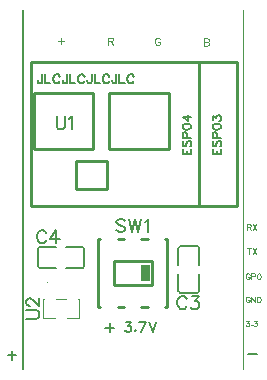
<source format=gto>
G04 Layer: TopSilkscreenLayer*
G04 EasyEDA v6.5.23, 2023-04-30 22:23:46*
G04 780a14c897c5458fb3efe7b42501c717,664421963ecb4a5db0a4e46f32b0c09c,10*
G04 Gerber Generator version 0.2*
G04 Scale: 100 percent, Rotated: No, Reflected: No *
G04 Dimensions in millimeters *
G04 leading zeros omitted , absolute positions ,4 integer and 5 decimal *
%FSLAX45Y45*%
%MOMM*%

%ADD10C,0.1000*%
%ADD11C,0.2032*%
%ADD12C,0.1600*%
%ADD13C,0.1524*%
%ADD14C,0.1250*%
%ADD15C,0.2540*%
%ADD16C,0.0132*%

%LPD*%
D10*
X508685Y2811322D02*
G01*
X508685Y2759252D01*
X482523Y2785414D02*
G01*
X534593Y2785414D01*
X907973Y2813608D02*
G01*
X907973Y2752902D01*
X907973Y2813608D02*
G01*
X934135Y2813608D01*
X942771Y2810814D01*
X945565Y2807766D01*
X948359Y2802178D01*
X948359Y2796336D01*
X945565Y2790494D01*
X942771Y2787700D01*
X934135Y2784652D01*
X907973Y2784652D01*
X928293Y2784652D02*
G01*
X948359Y2752902D01*
X1345107Y2799130D02*
G01*
X1342059Y2804972D01*
X1336471Y2810814D01*
X1330629Y2813608D01*
X1318945Y2813608D01*
X1313357Y2810814D01*
X1307515Y2804972D01*
X1304721Y2799130D01*
X1301673Y2790494D01*
X1301673Y2776016D01*
X1304721Y2767380D01*
X1307515Y2761792D01*
X1313357Y2755950D01*
X1318945Y2752902D01*
X1330629Y2752902D01*
X1336471Y2755950D01*
X1342059Y2761792D01*
X1345107Y2767380D01*
X1345107Y2776016D01*
X1330629Y2776016D02*
G01*
X1345107Y2776016D01*
X1720773Y2807258D02*
G01*
X1720773Y2746552D01*
X1720773Y2807258D02*
G01*
X1746935Y2807258D01*
X1755571Y2804464D01*
X1758365Y2801416D01*
X1761159Y2795828D01*
X1761159Y2789986D01*
X1758365Y2784144D01*
X1755571Y2781350D01*
X1746935Y2778302D01*
X1720773Y2778302D02*
G01*
X1746935Y2778302D01*
X1755571Y2775508D01*
X1758365Y2772714D01*
X1761159Y2766872D01*
X1761159Y2758236D01*
X1758365Y2752394D01*
X1755571Y2749600D01*
X1746935Y2746552D01*
X1720773Y2746552D01*
D11*
X2093061Y136956D02*
G01*
X2166721Y136956D01*
X919378Y396087D02*
G01*
X919378Y322427D01*
X882548Y359257D02*
G01*
X956208Y359257D01*
X1054506Y408279D02*
G01*
X1099464Y408279D01*
X1074826Y375513D01*
X1087272Y375513D01*
X1095400Y371449D01*
X1099464Y367385D01*
X1103528Y355193D01*
X1103528Y347065D01*
X1099464Y334619D01*
X1091336Y326491D01*
X1078890Y322427D01*
X1066698Y322427D01*
X1054506Y326491D01*
X1050442Y330555D01*
X1046378Y338683D01*
X1134770Y342747D02*
G01*
X1130452Y338683D01*
X1134770Y334619D01*
X1138834Y338683D01*
X1134770Y342747D01*
X1222908Y408279D02*
G01*
X1182014Y322427D01*
X1165758Y408279D02*
G01*
X1222908Y408279D01*
X1250086Y408279D02*
G01*
X1282852Y322427D01*
X1315364Y408279D02*
G01*
X1282852Y322427D01*
X91541Y161086D02*
G01*
X91541Y87426D01*
X54711Y124256D02*
G01*
X128371Y124256D01*
D10*
X2074595Y418642D02*
G01*
X2099741Y418642D01*
X2086025Y400608D01*
X2092883Y400608D01*
X2097455Y398322D01*
X2099741Y396036D01*
X2102027Y389178D01*
X2102027Y384606D01*
X2099741Y377748D01*
X2095169Y373176D01*
X2088311Y371144D01*
X2081453Y371144D01*
X2074595Y373176D01*
X2072309Y375462D01*
X2070023Y380034D01*
X2119299Y382320D02*
G01*
X2117013Y380034D01*
X2119299Y377748D01*
X2121585Y380034D01*
X2119299Y382320D01*
X2140889Y418642D02*
G01*
X2166035Y418642D01*
X2152319Y400608D01*
X2159177Y400608D01*
X2163749Y398322D01*
X2166035Y396036D01*
X2168321Y389178D01*
X2168321Y384606D01*
X2166035Y377748D01*
X2161463Y373176D01*
X2154605Y371144D01*
X2147747Y371144D01*
X2140889Y373176D01*
X2138857Y375462D01*
X2136571Y380034D01*
X2082723Y1233982D02*
G01*
X2082723Y1186484D01*
X2082723Y1233982D02*
G01*
X2103297Y1233982D01*
X2110155Y1231696D01*
X2112441Y1229664D01*
X2114727Y1225092D01*
X2114727Y1220520D01*
X2112441Y1215948D01*
X2110155Y1213662D01*
X2103297Y1211376D01*
X2082723Y1211376D01*
X2098725Y1211376D02*
G01*
X2114727Y1186484D01*
X2129713Y1233982D02*
G01*
X2161463Y1186484D01*
X2161463Y1233982D02*
G01*
X2129713Y1186484D01*
X2098725Y1030782D02*
G01*
X2098725Y983284D01*
X2082723Y1030782D02*
G01*
X2114727Y1030782D01*
X2129713Y1030782D02*
G01*
X2161463Y983284D01*
X2161463Y1030782D02*
G01*
X2129713Y983284D01*
X2104313Y610666D02*
G01*
X2102027Y615238D01*
X2097455Y619556D01*
X2092883Y621842D01*
X2083739Y621842D01*
X2079167Y619556D01*
X2074595Y615238D01*
X2072309Y610666D01*
X2070023Y603808D01*
X2070023Y592378D01*
X2072309Y585520D01*
X2074595Y580948D01*
X2079167Y576376D01*
X2083739Y574344D01*
X2092883Y574344D01*
X2097455Y576376D01*
X2102027Y580948D01*
X2104313Y585520D01*
X2104313Y592378D01*
X2092883Y592378D02*
G01*
X2104313Y592378D01*
X2119299Y621842D02*
G01*
X2119299Y574344D01*
X2119299Y621842D02*
G01*
X2151049Y574344D01*
X2151049Y621842D02*
G01*
X2151049Y574344D01*
X2166035Y621842D02*
G01*
X2166035Y574344D01*
X2166035Y621842D02*
G01*
X2182037Y621842D01*
X2188641Y619556D01*
X2193213Y615238D01*
X2195499Y610666D01*
X2197785Y603808D01*
X2197785Y592378D01*
X2195499Y585520D01*
X2193213Y580948D01*
X2188641Y576376D01*
X2182037Y574344D01*
X2166035Y574344D01*
X2104313Y806246D02*
G01*
X2102027Y810818D01*
X2097455Y815136D01*
X2092883Y817422D01*
X2083739Y817422D01*
X2079167Y815136D01*
X2074595Y810818D01*
X2072309Y806246D01*
X2070023Y799388D01*
X2070023Y787958D01*
X2072309Y781100D01*
X2074595Y776528D01*
X2079167Y771956D01*
X2083739Y769924D01*
X2092883Y769924D01*
X2097455Y771956D01*
X2102027Y776528D01*
X2104313Y781100D01*
X2104313Y787958D01*
X2092883Y787958D02*
G01*
X2104313Y787958D01*
X2119299Y817422D02*
G01*
X2119299Y769924D01*
X2119299Y817422D02*
G01*
X2139619Y817422D01*
X2146477Y815136D01*
X2148763Y813104D01*
X2151049Y808532D01*
X2151049Y801674D01*
X2148763Y797102D01*
X2146477Y794816D01*
X2139619Y792530D01*
X2119299Y792530D01*
X2179751Y817422D02*
G01*
X2172893Y815136D01*
X2168321Y808532D01*
X2166035Y797102D01*
X2166035Y790244D01*
X2168321Y778814D01*
X2172893Y771956D01*
X2179751Y769924D01*
X2184069Y769924D01*
X2190927Y771956D01*
X2195499Y778814D01*
X2197785Y790244D01*
X2197785Y797102D01*
X2195499Y808532D01*
X2190927Y815136D01*
X2184069Y817422D01*
X2179751Y817422D01*
D12*
X349173Y2503728D02*
G01*
X349173Y2444800D01*
X345617Y2433624D01*
X341807Y2430068D01*
X334441Y2426258D01*
X327075Y2426258D01*
X319709Y2430068D01*
X316153Y2433624D01*
X312343Y2444800D01*
X312343Y2452166D01*
X373557Y2503728D02*
G01*
X373557Y2426258D01*
X373557Y2426258D02*
G01*
X417753Y2426258D01*
X497255Y2485186D02*
G01*
X493445Y2492552D01*
X486079Y2499918D01*
X478713Y2503728D01*
X464235Y2503728D01*
X456869Y2499918D01*
X449503Y2492552D01*
X445693Y2485186D01*
X442137Y2474264D01*
X442137Y2455722D01*
X445693Y2444800D01*
X449503Y2437434D01*
X456869Y2430068D01*
X464235Y2426258D01*
X478713Y2426258D01*
X486079Y2430068D01*
X493445Y2437434D01*
X497255Y2444800D01*
X558469Y2503728D02*
G01*
X558469Y2444800D01*
X554659Y2433624D01*
X551103Y2430068D01*
X543737Y2426258D01*
X536371Y2426258D01*
X529005Y2430068D01*
X525195Y2433624D01*
X521639Y2444800D01*
X521639Y2452166D01*
X582599Y2503728D02*
G01*
X582599Y2426258D01*
X582599Y2426258D02*
G01*
X626795Y2426258D01*
X706297Y2485186D02*
G01*
X702741Y2492552D01*
X695375Y2499918D01*
X688009Y2503728D01*
X673277Y2503728D01*
X665911Y2499918D01*
X658545Y2492552D01*
X654735Y2485186D01*
X651179Y2474264D01*
X651179Y2455722D01*
X654735Y2444800D01*
X658545Y2437434D01*
X665911Y2430068D01*
X673277Y2426258D01*
X688009Y2426258D01*
X695375Y2430068D01*
X702741Y2437434D01*
X706297Y2444800D01*
X767511Y2503728D02*
G01*
X767511Y2444800D01*
X763701Y2433624D01*
X760145Y2430068D01*
X752779Y2426258D01*
X745413Y2426258D01*
X738047Y2430068D01*
X734237Y2433624D01*
X730681Y2444800D01*
X730681Y2452166D01*
X791895Y2503728D02*
G01*
X791895Y2426258D01*
X791895Y2426258D02*
G01*
X836091Y2426258D01*
X915593Y2485186D02*
G01*
X911783Y2492552D01*
X904417Y2499918D01*
X897051Y2503728D01*
X882319Y2503728D01*
X874953Y2499918D01*
X867587Y2492552D01*
X864031Y2485186D01*
X860221Y2474264D01*
X860221Y2455722D01*
X864031Y2444800D01*
X867587Y2437434D01*
X874953Y2430068D01*
X882319Y2426258D01*
X897051Y2426258D01*
X904417Y2430068D01*
X911783Y2437434D01*
X915593Y2444800D01*
X976553Y2503728D02*
G01*
X976553Y2444800D01*
X972997Y2433624D01*
X969187Y2430068D01*
X961821Y2426258D01*
X954455Y2426258D01*
X947089Y2430068D01*
X943533Y2433624D01*
X939723Y2444800D01*
X939723Y2452166D01*
X1000937Y2503728D02*
G01*
X1000937Y2426258D01*
X1000937Y2426258D02*
G01*
X1045133Y2426258D01*
X1124635Y2485186D02*
G01*
X1120825Y2492552D01*
X1113459Y2499918D01*
X1106093Y2503728D01*
X1091615Y2503728D01*
X1084249Y2499918D01*
X1076883Y2492552D01*
X1073073Y2485186D01*
X1069517Y2474264D01*
X1069517Y2455722D01*
X1073073Y2444800D01*
X1076883Y2437434D01*
X1084249Y2430068D01*
X1091615Y2426258D01*
X1106093Y2426258D01*
X1113459Y2430068D01*
X1120825Y2437434D01*
X1124635Y2444800D01*
D13*
X214833Y431723D02*
G01*
X292811Y431723D01*
X308305Y437057D01*
X318719Y447471D01*
X324053Y462965D01*
X324053Y473379D01*
X318719Y488873D01*
X308305Y499287D01*
X292811Y504621D01*
X214833Y504621D01*
X240741Y543991D02*
G01*
X235661Y543991D01*
X225247Y549325D01*
X220167Y554405D01*
X214833Y564819D01*
X214833Y585647D01*
X220167Y596061D01*
X225247Y601141D01*
X235661Y606475D01*
X246075Y606475D01*
X256489Y601141D01*
X271983Y590727D01*
X324053Y538911D01*
X324053Y611555D01*
X382777Y1156207D02*
G01*
X377443Y1166621D01*
X367029Y1177035D01*
X356869Y1182115D01*
X336042Y1182115D01*
X325627Y1177035D01*
X315213Y1166621D01*
X309879Y1156207D01*
X304800Y1140459D01*
X304800Y1114551D01*
X309879Y1099057D01*
X315213Y1088643D01*
X325627Y1078229D01*
X336042Y1073150D01*
X356869Y1073150D01*
X367029Y1078229D01*
X377443Y1088643D01*
X382777Y1099057D01*
X468884Y1182115D02*
G01*
X417068Y1109471D01*
X495045Y1109471D01*
X468884Y1182115D02*
G01*
X468884Y1073150D01*
X469902Y2147315D02*
G01*
X469902Y2069337D01*
X474982Y2053843D01*
X485396Y2043429D01*
X501144Y2038350D01*
X511558Y2038350D01*
X527052Y2043429D01*
X537466Y2053843D01*
X542546Y2069337D01*
X542546Y2147315D01*
X576836Y2126487D02*
G01*
X587250Y2131821D01*
X602998Y2147315D01*
X602998Y2038350D01*
X1789938Y1825373D02*
G01*
X1862836Y1825373D01*
X1789938Y1825373D02*
G01*
X1789938Y1870331D01*
X1824736Y1825373D02*
G01*
X1824736Y1853059D01*
X1862836Y1825373D02*
G01*
X1862836Y1870331D01*
X1800352Y1941705D02*
G01*
X1793493Y1934847D01*
X1789938Y1924433D01*
X1789938Y1910463D01*
X1793493Y1900303D01*
X1800352Y1893191D01*
X1807209Y1893191D01*
X1814322Y1896747D01*
X1817623Y1900303D01*
X1821179Y1907161D01*
X1828038Y1927989D01*
X1831593Y1934847D01*
X1835150Y1938403D01*
X1842007Y1941705D01*
X1852422Y1941705D01*
X1859279Y1934847D01*
X1862836Y1924433D01*
X1862836Y1910463D01*
X1859279Y1900303D01*
X1852422Y1893191D01*
X1789938Y1964565D02*
G01*
X1862836Y1964565D01*
X1789938Y1964565D02*
G01*
X1789938Y1995807D01*
X1793493Y2006221D01*
X1797050Y2009523D01*
X1803907Y2013079D01*
X1814322Y2013079D01*
X1821179Y2009523D01*
X1824736Y2006221D01*
X1828038Y1995807D01*
X1828038Y1964565D01*
X1789938Y2056767D02*
G01*
X1793493Y2046353D01*
X1803907Y2039495D01*
X1821179Y2035939D01*
X1831593Y2035939D01*
X1848865Y2039495D01*
X1859279Y2046353D01*
X1862836Y2056767D01*
X1862836Y2063625D01*
X1859279Y2074039D01*
X1848865Y2080897D01*
X1831593Y2084453D01*
X1821179Y2084453D01*
X1803907Y2080897D01*
X1793493Y2074039D01*
X1789938Y2063625D01*
X1789938Y2056767D01*
X1789938Y2114171D02*
G01*
X1789938Y2152271D01*
X1817623Y2131443D01*
X1817623Y2141857D01*
X1821179Y2148969D01*
X1824736Y2152271D01*
X1835150Y2155827D01*
X1842007Y2155827D01*
X1852422Y2152271D01*
X1859279Y2145413D01*
X1862836Y2134999D01*
X1862836Y2124585D01*
X1859279Y2114171D01*
X1855723Y2110869D01*
X1848865Y2107313D01*
X1535938Y1825373D02*
G01*
X1608836Y1825373D01*
X1535938Y1825373D02*
G01*
X1535938Y1870331D01*
X1570736Y1825373D02*
G01*
X1570736Y1853059D01*
X1608836Y1825373D02*
G01*
X1608836Y1870331D01*
X1546352Y1941705D02*
G01*
X1539493Y1934847D01*
X1535938Y1924433D01*
X1535938Y1910463D01*
X1539493Y1900303D01*
X1546352Y1893191D01*
X1553209Y1893191D01*
X1560322Y1896747D01*
X1563623Y1900303D01*
X1567179Y1907161D01*
X1574038Y1927989D01*
X1577593Y1934847D01*
X1581150Y1938403D01*
X1588007Y1941705D01*
X1598422Y1941705D01*
X1605279Y1934847D01*
X1608836Y1924433D01*
X1608836Y1910463D01*
X1605279Y1900303D01*
X1598422Y1893191D01*
X1535938Y1964565D02*
G01*
X1608836Y1964565D01*
X1535938Y1964565D02*
G01*
X1535938Y1995807D01*
X1539493Y2006221D01*
X1543050Y2009523D01*
X1549907Y2013079D01*
X1560322Y2013079D01*
X1567179Y2009523D01*
X1570736Y2006221D01*
X1574038Y1995807D01*
X1574038Y1964565D01*
X1535938Y2056767D02*
G01*
X1539493Y2046353D01*
X1549907Y2039495D01*
X1567179Y2035939D01*
X1577593Y2035939D01*
X1594865Y2039495D01*
X1605279Y2046353D01*
X1608836Y2056767D01*
X1608836Y2063625D01*
X1605279Y2074039D01*
X1594865Y2080897D01*
X1577593Y2084453D01*
X1567179Y2084453D01*
X1549907Y2080897D01*
X1539493Y2074039D01*
X1535938Y2063625D01*
X1535938Y2056767D01*
X1535938Y2141857D02*
G01*
X1584452Y2107313D01*
X1584452Y2159383D01*
X1535938Y2141857D02*
G01*
X1608836Y2141857D01*
X1048105Y1261922D02*
G01*
X1037691Y1272082D01*
X1022197Y1277416D01*
X1001369Y1277416D01*
X985875Y1272082D01*
X975461Y1261922D01*
X975461Y1251508D01*
X980541Y1241094D01*
X985875Y1235760D01*
X996035Y1230680D01*
X1027277Y1220266D01*
X1037691Y1214932D01*
X1043025Y1209852D01*
X1048105Y1199438D01*
X1048105Y1183944D01*
X1037691Y1173530D01*
X1022197Y1168196D01*
X1001369Y1168196D01*
X985875Y1173530D01*
X975461Y1183944D01*
X1082395Y1277416D02*
G01*
X1108303Y1168196D01*
X1134465Y1277416D02*
G01*
X1108303Y1168196D01*
X1134465Y1277416D02*
G01*
X1160373Y1168196D01*
X1186281Y1277416D02*
G01*
X1160373Y1168196D01*
X1220571Y1256588D02*
G01*
X1230985Y1261922D01*
X1246479Y1277416D01*
X1246479Y1168196D01*
X1570227Y597407D02*
G01*
X1564893Y607821D01*
X1554479Y618235D01*
X1544320Y623315D01*
X1523491Y623315D01*
X1513077Y618235D01*
X1502663Y607821D01*
X1497329Y597407D01*
X1492250Y581659D01*
X1492250Y555751D01*
X1497329Y540257D01*
X1502663Y529843D01*
X1513077Y519429D01*
X1523491Y514350D01*
X1544320Y514350D01*
X1554479Y519429D01*
X1564893Y529843D01*
X1570227Y540257D01*
X1614931Y623315D02*
G01*
X1672081Y623315D01*
X1640839Y581659D01*
X1656334Y581659D01*
X1666747Y576579D01*
X1672081Y571500D01*
X1677161Y555751D01*
X1677161Y545337D01*
X1672081Y529843D01*
X1661668Y519429D01*
X1645920Y514350D01*
X1630425Y514350D01*
X1614931Y519429D01*
X1609597Y524509D01*
X1604518Y534923D01*
G36*
X1187450Y890778D02*
G01*
X1187450Y755751D01*
X1261465Y755751D01*
X1261465Y890778D01*
G37*
D14*
X654662Y603250D02*
G01*
X660400Y603250D01*
X660400Y438150D01*
X464667Y603250D02*
G01*
X551332Y603250D01*
X456333Y438150D02*
G01*
X355600Y438150D01*
X355600Y603250D01*
X361340Y603250D01*
X660400Y438150D02*
G01*
X559666Y438150D01*
D13*
X689119Y1042860D02*
G01*
X548119Y1042860D01*
X548119Y862139D02*
G01*
X689119Y862139D01*
X704359Y877379D02*
G01*
X704359Y1027620D01*
X326880Y1042860D02*
G01*
X467880Y1042860D01*
X467880Y862139D02*
G01*
X326880Y862139D01*
X311640Y877379D02*
G01*
X311640Y1027620D01*
D15*
X1676400Y2608579D02*
G01*
X1996439Y2608579D01*
X1996439Y1389379D01*
X1676400Y1389379D01*
X1676400Y2608579D01*
X256539Y2608579D01*
X256539Y1389379D01*
X1676400Y1389379D01*
X1417320Y1869439D02*
G01*
X1417320Y2346959D01*
X916939Y2346959D01*
X916939Y1869439D01*
X1417320Y1869439D01*
X896619Y1529079D02*
G01*
X896619Y1767839D01*
X637539Y1767839D01*
X637539Y1529079D01*
X896619Y1529079D01*
X777239Y1869439D02*
G01*
X777239Y2346959D01*
X276860Y2346959D01*
X276860Y1869439D01*
X777239Y1869439D01*
X953457Y922756D02*
G01*
X1273462Y922756D01*
X1273462Y722756D01*
X953457Y722756D01*
X953457Y922756D01*
X840056Y532757D02*
G01*
X823460Y532757D01*
X823460Y647824D01*
X1040056Y532757D02*
G01*
X986863Y532757D01*
X1240055Y532757D02*
G01*
X1186863Y532757D01*
X1403456Y647824D02*
G01*
X1403456Y532757D01*
X1386862Y532757D01*
X1386862Y1112756D02*
G01*
X1403459Y1112756D01*
X1403459Y997689D01*
X1186863Y1112756D02*
G01*
X1240055Y1112756D01*
X986863Y1112756D02*
G01*
X1040056Y1112756D01*
X823462Y997689D02*
G01*
X823462Y1112756D01*
X840056Y1112756D01*
X1403456Y997689D02*
G01*
X1403456Y647824D01*
X823462Y647824D02*
G01*
X823462Y997689D01*
D13*
X1677860Y669780D02*
G01*
X1677860Y810780D01*
X1497139Y810780D02*
G01*
X1497139Y669780D01*
X1512379Y654540D02*
G01*
X1662620Y654540D01*
X1677860Y1032019D02*
G01*
X1677860Y891019D01*
X1497139Y891019D02*
G01*
X1497139Y1032019D01*
X1512379Y1047259D02*
G01*
X1662620Y1047259D01*
G75*
G01*
X689120Y862139D02*
G03*
X704360Y877380I0J15240D01*
G75*
G01*
X704360Y1027620D02*
G03*
X689120Y1042860I-15240J0D01*
G75*
G01*
X326880Y862139D02*
G02*
X311640Y877380I0J15240D01*
G75*
G01*
X311640Y1027620D02*
G02*
X326880Y1042860I15240J0D01*
G75*
G01*
X1497140Y669780D02*
G03*
X1512379Y654540I15240J0D01*
G75*
G01*
X1662620Y654540D02*
G03*
X1677860Y669780I0J15240D01*
G75*
G01*
X1497140Y1032020D02*
G02*
X1512379Y1047260I15240J0D01*
G75*
G01*
X1662620Y1047260D02*
G02*
X1677860Y1032020I0J-15240D01*
D14*
G75*
G01
X391008Y740359D02*
G03X391008Y740359I-5004J0D01*
G36*
X172719Y3048000D02*
G01*
X190499Y3048000D01*
X190499Y0D01*
X172719Y0D01*
G37*
G36*
X2044700Y3048000D02*
G01*
X2057400Y3048000D01*
X2057400Y-1473D01*
X2044700Y-1473D01*
G37*
M02*

</source>
